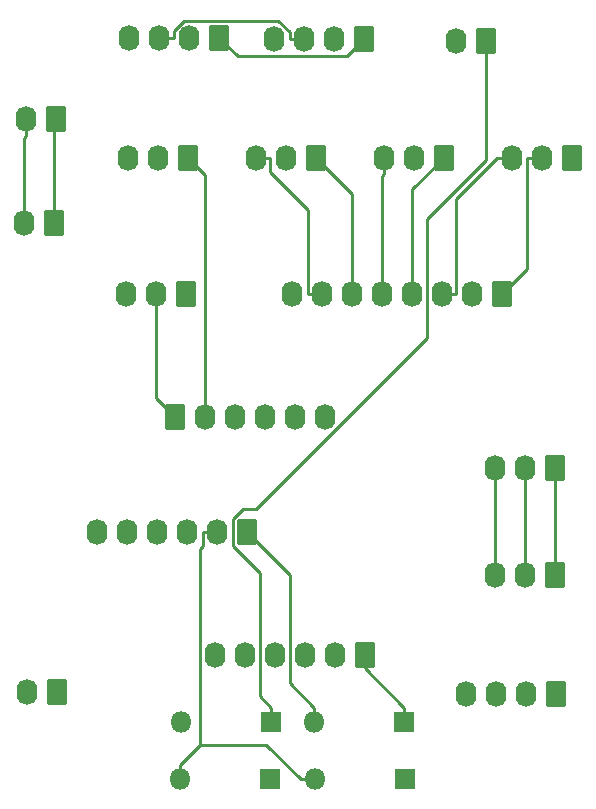
<source format=gbr>
%TF.GenerationSoftware,KiCad,Pcbnew,7.0.9*%
%TF.CreationDate,2023-11-25T11:24:35+10:00*%
%TF.ProjectId,VHF-FM,5648462d-464d-42e6-9b69-6361645f7063,rev?*%
%TF.SameCoordinates,Original*%
%TF.FileFunction,Copper,L1,Top*%
%TF.FilePolarity,Positive*%
%FSLAX46Y46*%
G04 Gerber Fmt 4.6, Leading zero omitted, Abs format (unit mm)*
G04 Created by KiCad (PCBNEW 7.0.9) date 2023-11-25 11:24:35*
%MOMM*%
%LPD*%
G01*
G04 APERTURE LIST*
G04 Aperture macros list*
%AMRoundRect*
0 Rectangle with rounded corners*
0 $1 Rounding radius*
0 $2 $3 $4 $5 $6 $7 $8 $9 X,Y pos of 4 corners*
0 Add a 4 corners polygon primitive as box body*
4,1,4,$2,$3,$4,$5,$6,$7,$8,$9,$2,$3,0*
0 Add four circle primitives for the rounded corners*
1,1,$1+$1,$2,$3*
1,1,$1+$1,$4,$5*
1,1,$1+$1,$6,$7*
1,1,$1+$1,$8,$9*
0 Add four rect primitives between the rounded corners*
20,1,$1+$1,$2,$3,$4,$5,0*
20,1,$1+$1,$4,$5,$6,$7,0*
20,1,$1+$1,$6,$7,$8,$9,0*
20,1,$1+$1,$8,$9,$2,$3,0*%
G04 Aperture macros list end*
%TA.AperFunction,ComponentPad*%
%ADD10RoundRect,0.250000X0.620000X0.845000X-0.620000X0.845000X-0.620000X-0.845000X0.620000X-0.845000X0*%
%TD*%
%TA.AperFunction,ComponentPad*%
%ADD11O,1.740000X2.190000*%
%TD*%
%TA.AperFunction,ComponentPad*%
%ADD12RoundRect,0.250000X-0.620000X-0.845000X0.620000X-0.845000X0.620000X0.845000X-0.620000X0.845000X0*%
%TD*%
%TA.AperFunction,ComponentPad*%
%ADD13R,1.800000X1.800000*%
%TD*%
%TA.AperFunction,ComponentPad*%
%ADD14O,1.800000X1.800000*%
%TD*%
%TA.AperFunction,Conductor*%
%ADD15C,0.250000*%
%TD*%
G04 APERTURE END LIST*
D10*
%TO.P,J5,1,Pin_1*%
%TO.N,GND*%
X149170000Y-71010000D03*
D11*
%TO.P,J5,2,Pin_2*%
%TO.N,/VHF__FM_ENC_1_A*%
X146630000Y-71010000D03*
%TO.P,J5,3,Pin_3*%
%TO.N,/VHF__FM_ENC_1_B*%
X144090000Y-71010000D03*
%TO.P,J5,4,Pin_4*%
%TO.N,/VHF__FM_ENC_2_A*%
X141550000Y-71010000D03*
%TO.P,J5,5,Pin_5*%
%TO.N,/VHF__FM_ENC_2_B*%
X139010000Y-71010000D03*
%TO.P,J5,6,Pin_6*%
%TO.N,/VHF__FM_ENC_3_A*%
X136470000Y-71010000D03*
%TO.P,J5,7,Pin_7*%
%TO.N,/VHF__FM_ENC_3_B*%
X133930000Y-71010000D03*
%TO.P,J5,8,Pin_8*%
%TO.N,unconnected-(J5-Pin_8-Pad8)*%
X131390000Y-71010000D03*
%TD*%
D12*
%TO.P,VHF_FM_ENC_2,1,Pin_1*%
%TO.N,GND*%
X121470000Y-81470000D03*
D11*
%TO.P,VHF_FM_ENC_2,2,Pin_2*%
%TO.N,/VHF__FM_ENC_4_A*%
X124010000Y-81470000D03*
%TO.P,VHF_FM_ENC_2,3,Pin_3*%
%TO.N,/VHF__FM_ENC_4_B*%
X126550000Y-81470000D03*
%TO.P,VHF_FM_ENC_2,4,Pin_4*%
%TO.N,/VHF__FM_PRESET_A*%
X129090000Y-81470000D03*
%TO.P,VHF_FM_ENC_2,5,Pin_5*%
%TO.N,/VHF__FM_PRESET_B*%
X131630000Y-81470000D03*
%TO.P,VHF_FM_ENC_2,6,Pin_6*%
%TO.N,unconnected-(VHF_FM_ENC_2-Pin_6-Pad6)*%
X134170000Y-81470000D03*
%TD*%
D10*
%TO.P,SW5,1,1*%
%TO.N,/VHF__FM_ENC_3_A*%
X133370000Y-59490000D03*
D11*
%TO.P,SW5,2,2*%
%TO.N,GND*%
X130830000Y-59490000D03*
%TO.P,SW5,3,3*%
%TO.N,/VHF__FM_ENC_3_B*%
X128290000Y-59490000D03*
%TD*%
D10*
%TO.P,J8,1,Pin_1*%
%TO.N,/ANALOG_5V*%
X153630000Y-94820000D03*
D11*
%TO.P,J8,2,Pin_2*%
%TO.N,/VHF_FM_VOL*%
X151090000Y-94820000D03*
%TO.P,J8,3,Pin_3*%
%TO.N,/ANALOG_GND*%
X148550000Y-94820000D03*
%TD*%
D10*
%TO.P,J7,1,Pin_1*%
%TO.N,Net-(D2-K)*%
X153720000Y-104870000D03*
D11*
%TO.P,J7,2,Pin_2*%
%TO.N,/ROW0*%
X151180000Y-104870000D03*
%TO.P,J7,3,Pin_3*%
%TO.N,/ROW1*%
X148640000Y-104870000D03*
%TO.P,J7,4,Pin_4*%
%TO.N,/ROW2*%
X146100000Y-104870000D03*
%TD*%
D10*
%TO.P,J6,1,Pin_1*%
%TO.N,Net-(D1-K)*%
X137530000Y-101610000D03*
D11*
%TO.P,J6,2,Pin_2*%
%TO.N,/ROW0*%
X134990000Y-101610000D03*
%TO.P,J6,3,Pin_3*%
%TO.N,/ROW1*%
X132450000Y-101610000D03*
%TO.P,J6,4,Pin_4*%
%TO.N,/ROW2*%
X129910000Y-101610000D03*
%TO.P,J6,5,Pin_5*%
%TO.N,/ROW3*%
X127370000Y-101610000D03*
%TO.P,J6,6,Pin_6*%
%TO.N,unconnected-(J6-Pin_6-Pad6)*%
X124830000Y-101610000D03*
%TD*%
D10*
%TO.P,J4,1,Pin_1*%
%TO.N,Net-(J1-Pin_1)*%
X125220000Y-49320000D03*
D11*
%TO.P,J4,2,Pin_2*%
%TO.N,Net-(J1-Pin_2)*%
X122680000Y-49320000D03*
%TO.P,J4,3,Pin_3*%
%TO.N,Net-(J1-Pin_3)*%
X120140000Y-49320000D03*
%TO.P,J4,4,Pin_4*%
%TO.N,Net-(J1-Pin_4)*%
X117600000Y-49320000D03*
%TD*%
D10*
%TO.P,J3,1,Pin_1*%
%TO.N,Net-(J2-Pin_1)*%
X111250000Y-65030000D03*
D11*
%TO.P,J3,2,Pin_2*%
%TO.N,Net-(J2-Pin_2)*%
X108710000Y-65030000D03*
%TD*%
D10*
%TO.P,J2,1,Pin_1*%
%TO.N,Net-(J2-Pin_1)*%
X111410000Y-56220000D03*
D11*
%TO.P,J2,2,Pin_2*%
%TO.N,Net-(J2-Pin_2)*%
X108870000Y-56220000D03*
%TD*%
D10*
%TO.P,J1,1,Pin_1*%
%TO.N,Net-(J1-Pin_1)*%
X137440000Y-49470000D03*
D11*
%TO.P,J1,2,Pin_2*%
%TO.N,Net-(J1-Pin_2)*%
X134900000Y-49470000D03*
%TO.P,J1,3,Pin_3*%
%TO.N,Net-(J1-Pin_3)*%
X132360000Y-49470000D03*
%TO.P,J1,4,Pin_4*%
%TO.N,Net-(J1-Pin_4)*%
X129820000Y-49470000D03*
%TD*%
D10*
%TO.P,SW7,1,1*%
%TO.N,Net-(D4-K)*%
X147810000Y-49600000D03*
D11*
%TO.P,SW7,2,2*%
%TO.N,/ROW4*%
X145270000Y-49600000D03*
%TD*%
D10*
%TO.P,RV1,1,1*%
%TO.N,/ANALOG_5V*%
X153630000Y-85750000D03*
D11*
%TO.P,RV1,2,2*%
%TO.N,/VHF_FM_VOL*%
X151090000Y-85750000D03*
%TO.P,RV1,3,3*%
%TO.N,/ANALOG_GND*%
X148550000Y-85750000D03*
%TD*%
D13*
%TO.P,D4,1,K*%
%TO.N,Net-(D4-K)*%
X129610000Y-107280000D03*
D14*
%TO.P,D4,2,A*%
%TO.N,/COL6*%
X121990000Y-107280000D03*
%TD*%
D10*
%TO.P,J9,1,Pin_1*%
%TO.N,/COL6*%
X127570000Y-91170000D03*
D11*
%TO.P,J9,2,Pin_2*%
%TO.N,/COL7*%
X125030000Y-91170000D03*
%TO.P,J9,3,Pin_3*%
%TO.N,/ROW0*%
X122490000Y-91170000D03*
%TO.P,J9,4,Pin_4*%
%TO.N,/ROW1*%
X119950000Y-91170000D03*
%TO.P,J9,5,Pin_5*%
%TO.N,/ROW2*%
X117410000Y-91170000D03*
%TO.P,J9,6,Pin_6*%
%TO.N,/ROW3*%
X114870000Y-91170000D03*
%TD*%
D10*
%TO.P,SW3,1,1*%
%TO.N,/VHF__FM_ENC_1_A*%
X155030000Y-59490000D03*
D11*
%TO.P,SW3,2,2*%
%TO.N,GND*%
X152490000Y-59490000D03*
%TO.P,SW3,3,3*%
%TO.N,/VHF__FM_ENC_1_B*%
X149950000Y-59490000D03*
%TD*%
D13*
%TO.P,D2,1,K*%
%TO.N,Net-(D2-K)*%
X140960000Y-112100000D03*
D14*
%TO.P,D2,2,A*%
%TO.N,/COL7*%
X133340000Y-112100000D03*
%TD*%
D10*
%TO.P,SW1,1,1*%
%TO.N,/VHF__FM_PRESET_A*%
X122410000Y-71010000D03*
D11*
%TO.P,SW1,2,2*%
%TO.N,GND*%
X119870000Y-71010000D03*
%TO.P,SW1,3,3*%
%TO.N,/VHF__FM_PRESET_B*%
X117330000Y-71010000D03*
%TD*%
D13*
%TO.P,D1,1,K*%
%TO.N,Net-(D1-K)*%
X140880000Y-107280000D03*
D14*
%TO.P,D1,2,A*%
%TO.N,/COL6*%
X133260000Y-107280000D03*
%TD*%
D10*
%TO.P,SW2,1,1*%
%TO.N,/VHF__FM_ENC_2_A*%
X144200000Y-59490000D03*
D11*
%TO.P,SW2,2,2*%
%TO.N,GND*%
X141660000Y-59490000D03*
%TO.P,SW2,3,3*%
%TO.N,/VHF__FM_ENC_2_B*%
X139120000Y-59490000D03*
%TD*%
D13*
%TO.P,D3,1,K*%
%TO.N,Net-(D3-K)*%
X129540000Y-112100000D03*
D14*
%TO.P,D3,2,A*%
%TO.N,/COL7*%
X121920000Y-112100000D03*
%TD*%
D10*
%TO.P,SW4,1,1*%
%TO.N,/VHF__FM_ENC_4_A*%
X122540000Y-59490000D03*
D11*
%TO.P,SW4,2,2*%
%TO.N,GND*%
X120000000Y-59490000D03*
%TO.P,SW4,3,3*%
%TO.N,/VHF__FM_ENC_4_B*%
X117460000Y-59490000D03*
%TD*%
D10*
%TO.P,SW6,1,1*%
%TO.N,Net-(D3-K)*%
X111490000Y-104750000D03*
D11*
%TO.P,SW6,2,2*%
%TO.N,/ROW3*%
X108950000Y-104750000D03*
%TD*%
D15*
%TO.N,/VHF__FM_ENC_3_B*%
X132734700Y-63934700D02*
X132734700Y-71010000D01*
X129485300Y-60685300D02*
X132734700Y-63934700D01*
X129485300Y-59490000D02*
X129485300Y-60685300D01*
X133930000Y-71010000D02*
X132734700Y-71010000D01*
X128290000Y-59490000D02*
X129485300Y-59490000D01*
%TO.N,/VHF__FM_ENC_3_A*%
X136470000Y-62590000D02*
X136470000Y-71010000D01*
X133370000Y-59490000D02*
X136470000Y-62590000D01*
%TO.N,/VHF__FM_ENC_4_A*%
X124010000Y-60960000D02*
X124010000Y-81470000D01*
X122540000Y-59490000D02*
X124010000Y-60960000D01*
%TO.N,/VHF__FM_ENC_2_B*%
X139010000Y-61020300D02*
X139010000Y-71010000D01*
X139120000Y-60910300D02*
X139010000Y-61020300D01*
X139120000Y-59490000D02*
X139120000Y-60910300D01*
%TO.N,/VHF__FM_ENC_2_A*%
X141550000Y-62140000D02*
X141550000Y-71010000D01*
X144200000Y-59490000D02*
X141550000Y-62140000D01*
%TO.N,/VHF_FM_VOL*%
X151090000Y-85750000D02*
X151090000Y-94820000D01*
%TO.N,/VHF__FM_ENC_1_B*%
X145285300Y-62959400D02*
X145285300Y-71010000D01*
X148754700Y-59490000D02*
X145285300Y-62959400D01*
X144090000Y-71010000D02*
X145285300Y-71010000D01*
X149950000Y-59490000D02*
X148754700Y-59490000D01*
%TO.N,Net-(J2-Pin_2)*%
X108710000Y-57800300D02*
X108710000Y-65030000D01*
X108870000Y-57640300D02*
X108710000Y-57800300D01*
X108870000Y-56220000D02*
X108870000Y-57640300D01*
%TO.N,Net-(J2-Pin_1)*%
X111250000Y-56380000D02*
X111250000Y-65030000D01*
X111410000Y-56220000D02*
X111250000Y-56380000D01*
%TO.N,Net-(J1-Pin_3)*%
X121335300Y-48722300D02*
X121335300Y-49320000D01*
X122178800Y-47878800D02*
X121335300Y-48722300D01*
X130171100Y-47878800D02*
X122178800Y-47878800D01*
X131164700Y-48872400D02*
X130171100Y-47878800D01*
X131164700Y-49470000D02*
X131164700Y-48872400D01*
X132360000Y-49470000D02*
X131164700Y-49470000D01*
X120140000Y-49320000D02*
X121335300Y-49320000D01*
%TO.N,Net-(J1-Pin_1)*%
X126817500Y-50917500D02*
X125220000Y-49320000D01*
X135992500Y-50917500D02*
X126817500Y-50917500D01*
X137440000Y-49470000D02*
X135992500Y-50917500D01*
%TO.N,GND*%
X119870000Y-79870000D02*
X121470000Y-81470000D01*
X119870000Y-71010000D02*
X119870000Y-79870000D01*
X151294700Y-68885300D02*
X149170000Y-71010000D01*
X151294700Y-59490000D02*
X151294700Y-68885300D01*
X152490000Y-59490000D02*
X151294700Y-59490000D01*
%TO.N,/ANALOG_GND*%
X148550000Y-85750000D02*
X148550000Y-94820000D01*
%TO.N,/ANALOG_5V*%
X153630000Y-85750000D02*
X153630000Y-94820000D01*
%TO.N,/COL7*%
X125030000Y-91170000D02*
X123834700Y-91170000D01*
X121920000Y-112100000D02*
X121920000Y-110874700D01*
X133340000Y-112100000D02*
X132114700Y-112100000D01*
X129197000Y-109182300D02*
X132114700Y-112100000D01*
X123612400Y-109182300D02*
X129197000Y-109182300D01*
X123612400Y-92587600D02*
X123612400Y-109182300D01*
X123834700Y-92365300D02*
X123612400Y-92587600D01*
X123834700Y-91170000D02*
X123834700Y-92365300D01*
X123612400Y-109182300D02*
X121920000Y-110874700D01*
%TO.N,Net-(D4-K)*%
X147810000Y-59714400D02*
X147810000Y-49600000D01*
X142820000Y-64704400D02*
X147810000Y-59714400D01*
X142820000Y-74770900D02*
X142820000Y-64704400D01*
X128348400Y-89242500D02*
X142820000Y-74770900D01*
X127181000Y-89242500D02*
X128348400Y-89242500D01*
X126370500Y-90053000D02*
X127181000Y-89242500D01*
X126370500Y-92363000D02*
X126370500Y-90053000D01*
X128640000Y-94632500D02*
X126370500Y-92363000D01*
X128640000Y-105084700D02*
X128640000Y-94632500D01*
X129610000Y-106054700D02*
X128640000Y-105084700D01*
X129610000Y-107280000D02*
X129610000Y-106054700D01*
%TO.N,/COL6*%
X131180000Y-103974700D02*
X133260000Y-106054700D01*
X131180000Y-94780000D02*
X131180000Y-103974700D01*
X127570000Y-91170000D02*
X131180000Y-94780000D01*
X133260000Y-107280000D02*
X133260000Y-106054700D01*
%TO.N,Net-(D1-K)*%
X137530000Y-102704700D02*
X137530000Y-101610000D01*
X140880000Y-106054700D02*
X137530000Y-102704700D01*
X140880000Y-107280000D02*
X140880000Y-106054700D01*
%TD*%
M02*

</source>
